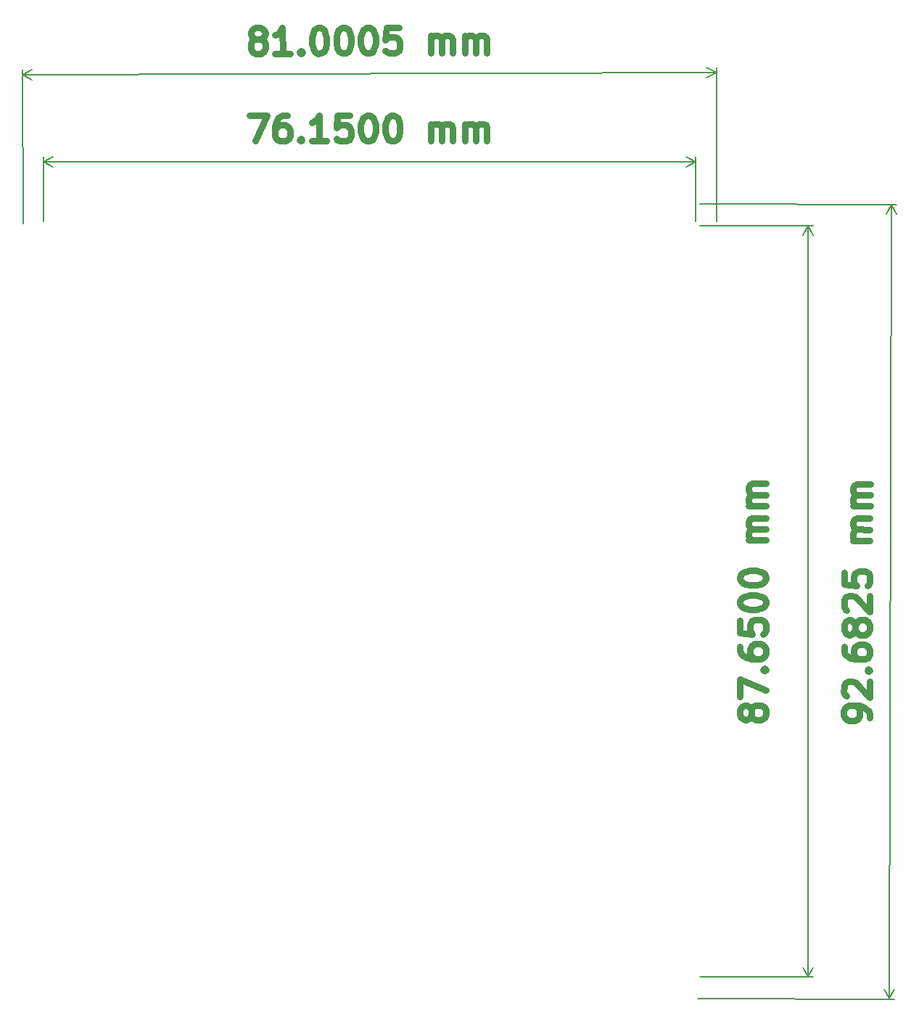
<source format=gbr>
%TF.GenerationSoftware,KiCad,Pcbnew,7.0.5*%
%TF.CreationDate,2024-05-04T18:26:22+05:30*%
%TF.ProjectId,sra_dev_board_2023,7372615f-6465-4765-9f62-6f6172645f32,rev?*%
%TF.SameCoordinates,Original*%
%TF.FileFunction,OtherDrawing,Comment*%
%FSLAX46Y46*%
G04 Gerber Fmt 4.6, Leading zero omitted, Abs format (unit mm)*
G04 Created by KiCad (PCBNEW 7.0.5) date 2024-05-04 18:26:22*
%MOMM*%
%LPD*%
G01*
G04 APERTURE LIST*
%ADD10C,0.750000*%
%ADD11C,0.150000*%
G04 APERTURE END LIST*
D10*
X168808989Y-89412097D02*
X168810375Y-88840670D01*
X168810375Y-88840670D02*
X168668211Y-88554610D01*
X168668211Y-88554610D02*
X168525701Y-88411407D01*
X168525701Y-88411407D02*
X168097824Y-88124653D01*
X168097824Y-88124653D02*
X167526744Y-87980411D01*
X167526744Y-87980411D02*
X166383890Y-87977638D01*
X166383890Y-87977638D02*
X166097830Y-88119802D01*
X166097830Y-88119802D02*
X165954627Y-88262312D01*
X165954627Y-88262312D02*
X165811077Y-88547679D01*
X165811077Y-88547679D02*
X165809691Y-89119106D01*
X165809691Y-89119106D02*
X165951854Y-89405166D01*
X165951854Y-89405166D02*
X166094364Y-89548369D01*
X166094364Y-89548369D02*
X166379731Y-89691919D01*
X166379731Y-89691919D02*
X167094015Y-89693652D01*
X167094015Y-89693652D02*
X167380075Y-89551488D01*
X167380075Y-89551488D02*
X167523278Y-89408978D01*
X167523278Y-89408978D02*
X167666828Y-89123611D01*
X167666828Y-89123611D02*
X167668214Y-88552184D01*
X167668214Y-88552184D02*
X167526050Y-88266124D01*
X167526050Y-88266124D02*
X167383540Y-88122921D01*
X167383540Y-88122921D02*
X167098173Y-87979371D01*
X166100948Y-86834091D02*
X165958438Y-86690888D01*
X165958438Y-86690888D02*
X165816275Y-86404828D01*
X165816275Y-86404828D02*
X165818007Y-85690545D01*
X165818007Y-85690545D02*
X165961557Y-85405178D01*
X165961557Y-85405178D02*
X166104760Y-85262668D01*
X166104760Y-85262668D02*
X166390820Y-85120504D01*
X166390820Y-85120504D02*
X166676534Y-85121197D01*
X166676534Y-85121197D02*
X167104757Y-85265093D01*
X167104757Y-85265093D02*
X168814880Y-86983532D01*
X168814880Y-86983532D02*
X168819385Y-85126395D01*
X168536790Y-83839991D02*
X168679993Y-83697481D01*
X168679993Y-83697481D02*
X168822503Y-83840684D01*
X168822503Y-83840684D02*
X168679300Y-83983194D01*
X168679300Y-83983194D02*
X168536790Y-83839991D01*
X168536790Y-83839991D02*
X168822503Y-83840684D01*
X165829096Y-81119130D02*
X165827710Y-81690557D01*
X165827710Y-81690557D02*
X165969874Y-81976617D01*
X165969874Y-81976617D02*
X166112384Y-82119820D01*
X166112384Y-82119820D02*
X166540261Y-82406573D01*
X166540261Y-82406573D02*
X167111341Y-82550816D01*
X167111341Y-82550816D02*
X168254195Y-82553588D01*
X168254195Y-82553588D02*
X168540255Y-82411424D01*
X168540255Y-82411424D02*
X168683458Y-82268914D01*
X168683458Y-82268914D02*
X168827008Y-81983547D01*
X168827008Y-81983547D02*
X168828394Y-81412120D01*
X168828394Y-81412120D02*
X168686231Y-81126060D01*
X168686231Y-81126060D02*
X168543720Y-80982857D01*
X168543720Y-80982857D02*
X168258353Y-80839307D01*
X168258353Y-80839307D02*
X167544070Y-80837575D01*
X167544070Y-80837575D02*
X167258010Y-80979738D01*
X167258010Y-80979738D02*
X167114807Y-81122249D01*
X167114807Y-81122249D02*
X166971257Y-81407615D01*
X166971257Y-81407615D02*
X166969871Y-81979042D01*
X166969871Y-81979042D02*
X167112034Y-82265102D01*
X167112034Y-82265102D02*
X167254545Y-82408306D01*
X167254545Y-82408306D02*
X167539911Y-82551855D01*
X167119658Y-79122254D02*
X166976108Y-79407621D01*
X166976108Y-79407621D02*
X166832905Y-79550131D01*
X166832905Y-79550131D02*
X166546845Y-79692295D01*
X166546845Y-79692295D02*
X166403988Y-79691949D01*
X166403988Y-79691949D02*
X166118621Y-79548399D01*
X166118621Y-79548399D02*
X165976111Y-79405196D01*
X165976111Y-79405196D02*
X165833947Y-79119136D01*
X165833947Y-79119136D02*
X165835334Y-78547709D01*
X165835334Y-78547709D02*
X165978883Y-78262342D01*
X165978883Y-78262342D02*
X166122087Y-78119832D01*
X166122087Y-78119832D02*
X166408147Y-77977668D01*
X166408147Y-77977668D02*
X166551003Y-77978014D01*
X166551003Y-77978014D02*
X166836370Y-78121564D01*
X166836370Y-78121564D02*
X166978880Y-78264767D01*
X166978880Y-78264767D02*
X167121044Y-78550827D01*
X167121044Y-78550827D02*
X167119658Y-79122254D01*
X167119658Y-79122254D02*
X167261822Y-79408314D01*
X167261822Y-79408314D02*
X167404332Y-79551517D01*
X167404332Y-79551517D02*
X167689699Y-79695067D01*
X167689699Y-79695067D02*
X168261126Y-79696453D01*
X168261126Y-79696453D02*
X168547186Y-79554290D01*
X168547186Y-79554290D02*
X168690389Y-79411780D01*
X168690389Y-79411780D02*
X168833939Y-79126413D01*
X168833939Y-79126413D02*
X168835325Y-78554986D01*
X168835325Y-78554986D02*
X168693161Y-78268926D01*
X168693161Y-78268926D02*
X168550651Y-78125722D01*
X168550651Y-78125722D02*
X168265284Y-77982173D01*
X168265284Y-77982173D02*
X167693857Y-77980787D01*
X167693857Y-77980787D02*
X167407797Y-78122950D01*
X167407797Y-78122950D02*
X167264594Y-78265460D01*
X167264594Y-78265460D02*
X167121044Y-78550827D01*
X166125205Y-76834121D02*
X165982695Y-76690918D01*
X165982695Y-76690918D02*
X165840531Y-76404858D01*
X165840531Y-76404858D02*
X165842264Y-75690574D01*
X165842264Y-75690574D02*
X165985814Y-75405207D01*
X165985814Y-75405207D02*
X166129017Y-75262697D01*
X166129017Y-75262697D02*
X166415077Y-75120533D01*
X166415077Y-75120533D02*
X166700790Y-75121226D01*
X166700790Y-75121226D02*
X167129014Y-75265123D01*
X167129014Y-75265123D02*
X168839136Y-76983562D01*
X168839136Y-76983562D02*
X168843641Y-75126424D01*
X165850234Y-72404869D02*
X165846769Y-73833437D01*
X165846769Y-73833437D02*
X167274990Y-73979759D01*
X167274990Y-73979759D02*
X167132479Y-73836555D01*
X167132479Y-73836555D02*
X166990316Y-73550495D01*
X166990316Y-73550495D02*
X166992048Y-72836212D01*
X166992048Y-72836212D02*
X167135598Y-72550845D01*
X167135598Y-72550845D02*
X167278801Y-72408335D01*
X167278801Y-72408335D02*
X167564861Y-72266171D01*
X167564861Y-72266171D02*
X168279145Y-72267904D01*
X168279145Y-72267904D02*
X168564512Y-72411453D01*
X168564512Y-72411453D02*
X168707022Y-72554657D01*
X168707022Y-72554657D02*
X168849186Y-72840717D01*
X168849186Y-72840717D02*
X168847453Y-73555000D01*
X168847453Y-73555000D02*
X168703903Y-73840367D01*
X168703903Y-73840367D02*
X168560700Y-73982877D01*
X168859235Y-68697872D02*
X166859241Y-68693020D01*
X167144954Y-68693713D02*
X167002444Y-68550510D01*
X167002444Y-68550510D02*
X166860280Y-68264450D01*
X166860280Y-68264450D02*
X166861320Y-67835880D01*
X166861320Y-67835880D02*
X167004870Y-67550513D01*
X167004870Y-67550513D02*
X167290930Y-67408349D01*
X167290930Y-67408349D02*
X168862354Y-67412161D01*
X167290930Y-67408349D02*
X167005563Y-67264800D01*
X167005563Y-67264800D02*
X166863399Y-66978740D01*
X166863399Y-66978740D02*
X166864439Y-66550169D01*
X166864439Y-66550169D02*
X167007988Y-66264803D01*
X167007988Y-66264803D02*
X167294048Y-66122639D01*
X167294048Y-66122639D02*
X168865472Y-66126451D01*
X168868938Y-64697883D02*
X166868944Y-64693032D01*
X167154657Y-64693725D02*
X167012147Y-64550522D01*
X167012147Y-64550522D02*
X166869983Y-64264462D01*
X166869983Y-64264462D02*
X166871023Y-63835892D01*
X166871023Y-63835892D02*
X167014572Y-63550525D01*
X167014572Y-63550525D02*
X167300632Y-63408361D01*
X167300632Y-63408361D02*
X168872056Y-63412173D01*
X167300632Y-63408361D02*
X167015266Y-63264811D01*
X167015266Y-63264811D02*
X166873102Y-62978751D01*
X166873102Y-62978751D02*
X166874141Y-62550181D01*
X166874141Y-62550181D02*
X167017691Y-62264814D01*
X167017691Y-62264814D02*
X167303751Y-62122651D01*
X167303751Y-62122651D02*
X168875175Y-62126462D01*
D11*
X149009999Y-29451213D02*
X171941873Y-29506839D01*
X148785181Y-122133446D02*
X171717055Y-122189072D01*
X171355454Y-29505416D02*
X171130636Y-122187649D01*
X171355454Y-29505416D02*
X171130636Y-122187649D01*
X171355454Y-29505416D02*
X171939140Y-30633339D01*
X171355454Y-29505416D02*
X170766302Y-30630494D01*
X171130636Y-122187649D02*
X170546950Y-121059726D01*
X171130636Y-122187649D02*
X171719788Y-121062571D01*
D10*
X97139830Y-10179173D02*
X96853632Y-10037286D01*
X96853632Y-10037286D02*
X96710291Y-9894915D01*
X96710291Y-9894915D02*
X96566464Y-9609687D01*
X96566464Y-9609687D02*
X96565979Y-9466831D01*
X96565979Y-9466831D02*
X96707866Y-9180633D01*
X96707866Y-9180633D02*
X96850237Y-9037292D01*
X96850237Y-9037292D02*
X97135465Y-8893466D01*
X97135465Y-8893466D02*
X97706890Y-8891526D01*
X97706890Y-8891526D02*
X97993087Y-9033412D01*
X97993087Y-9033412D02*
X98136429Y-9175783D01*
X98136429Y-9175783D02*
X98280255Y-9461011D01*
X98280255Y-9461011D02*
X98280740Y-9603867D01*
X98280740Y-9603867D02*
X98138854Y-9890065D01*
X98138854Y-9890065D02*
X97996482Y-10033406D01*
X97996482Y-10033406D02*
X97711255Y-10177233D01*
X97711255Y-10177233D02*
X97139830Y-10179173D01*
X97139830Y-10179173D02*
X96854602Y-10322999D01*
X96854602Y-10322999D02*
X96712231Y-10466340D01*
X96712231Y-10466340D02*
X96570344Y-10752538D01*
X96570344Y-10752538D02*
X96572284Y-11323963D01*
X96572284Y-11323963D02*
X96716111Y-11609191D01*
X96716111Y-11609191D02*
X96859452Y-11751562D01*
X96859452Y-11751562D02*
X97145650Y-11893448D01*
X97145650Y-11893448D02*
X97717075Y-11891508D01*
X97717075Y-11891508D02*
X98002303Y-11747682D01*
X98002303Y-11747682D02*
X98144674Y-11604341D01*
X98144674Y-11604341D02*
X98286560Y-11318143D01*
X98286560Y-11318143D02*
X98284620Y-10746718D01*
X98284620Y-10746718D02*
X98140794Y-10461490D01*
X98140794Y-10461490D02*
X97997452Y-10319119D01*
X97997452Y-10319119D02*
X97711255Y-10177233D01*
X101145627Y-11879868D02*
X99431351Y-11885688D01*
X100288489Y-11882778D02*
X100278304Y-8882796D01*
X100278304Y-8882796D02*
X99994046Y-9312335D01*
X99994046Y-9312335D02*
X99709303Y-9599017D01*
X99709303Y-9599017D02*
X99424076Y-9742844D01*
X102430364Y-11589791D02*
X102573705Y-11732162D01*
X102573705Y-11732162D02*
X102431334Y-11875503D01*
X102431334Y-11875503D02*
X102287992Y-11733132D01*
X102287992Y-11733132D02*
X102430364Y-11589791D01*
X102430364Y-11589791D02*
X102431334Y-11875503D01*
X104421137Y-8868730D02*
X104706849Y-8867760D01*
X104706849Y-8867760D02*
X104993047Y-9009647D01*
X104993047Y-9009647D02*
X105136388Y-9152018D01*
X105136388Y-9152018D02*
X105280215Y-9437246D01*
X105280215Y-9437246D02*
X105425011Y-10008186D01*
X105425011Y-10008186D02*
X105427436Y-10722468D01*
X105427436Y-10722468D02*
X105286520Y-11294378D01*
X105286520Y-11294378D02*
X105144633Y-11580575D01*
X105144633Y-11580575D02*
X105002262Y-11723917D01*
X105002262Y-11723917D02*
X104717034Y-11867743D01*
X104717034Y-11867743D02*
X104431322Y-11868713D01*
X104431322Y-11868713D02*
X104145124Y-11726827D01*
X104145124Y-11726827D02*
X104001783Y-11584456D01*
X104001783Y-11584456D02*
X103857956Y-11299228D01*
X103857956Y-11299228D02*
X103713160Y-10728288D01*
X103713160Y-10728288D02*
X103710735Y-10014006D01*
X103710735Y-10014006D02*
X103851651Y-9442096D01*
X103851651Y-9442096D02*
X103993538Y-9155898D01*
X103993538Y-9155898D02*
X104135909Y-9012557D01*
X104135909Y-9012557D02*
X104421137Y-8868730D01*
X107278263Y-8859030D02*
X107563976Y-8858060D01*
X107563976Y-8858060D02*
X107850173Y-8999947D01*
X107850173Y-8999947D02*
X107993515Y-9142318D01*
X107993515Y-9142318D02*
X108137341Y-9427546D01*
X108137341Y-9427546D02*
X108282137Y-9998486D01*
X108282137Y-9998486D02*
X108284563Y-10712767D01*
X108284563Y-10712767D02*
X108143646Y-11284678D01*
X108143646Y-11284678D02*
X108001760Y-11570875D01*
X108001760Y-11570875D02*
X107859389Y-11714217D01*
X107859389Y-11714217D02*
X107574161Y-11858043D01*
X107574161Y-11858043D02*
X107288448Y-11859013D01*
X107288448Y-11859013D02*
X107002251Y-11717127D01*
X107002251Y-11717127D02*
X106858909Y-11574755D01*
X106858909Y-11574755D02*
X106715083Y-11289528D01*
X106715083Y-11289528D02*
X106570287Y-10718587D01*
X106570287Y-10718587D02*
X106567862Y-10004306D01*
X106567862Y-10004306D02*
X106708778Y-9432396D01*
X106708778Y-9432396D02*
X106850664Y-9146198D01*
X106850664Y-9146198D02*
X106993036Y-9002857D01*
X106993036Y-9002857D02*
X107278263Y-8859030D01*
X110135390Y-8849330D02*
X110421102Y-8848360D01*
X110421102Y-8848360D02*
X110707300Y-8990246D01*
X110707300Y-8990246D02*
X110850641Y-9132618D01*
X110850641Y-9132618D02*
X110994468Y-9417845D01*
X110994468Y-9417845D02*
X111139264Y-9988786D01*
X111139264Y-9988786D02*
X111141689Y-10703067D01*
X111141689Y-10703067D02*
X111000773Y-11274978D01*
X111000773Y-11274978D02*
X110858886Y-11561175D01*
X110858886Y-11561175D02*
X110716515Y-11704517D01*
X110716515Y-11704517D02*
X110431287Y-11848343D01*
X110431287Y-11848343D02*
X110145575Y-11849313D01*
X110145575Y-11849313D02*
X109859377Y-11707427D01*
X109859377Y-11707427D02*
X109716036Y-11565055D01*
X109716036Y-11565055D02*
X109572210Y-11279828D01*
X109572210Y-11279828D02*
X109427413Y-10708887D01*
X109427413Y-10708887D02*
X109424988Y-9994606D01*
X109424988Y-9994606D02*
X109565904Y-9422695D01*
X109565904Y-9422695D02*
X109707791Y-9136498D01*
X109707791Y-9136498D02*
X109850162Y-8993157D01*
X109850162Y-8993157D02*
X110135390Y-8849330D01*
X113849654Y-8836720D02*
X112421091Y-8841570D01*
X112421091Y-8841570D02*
X112283085Y-10270618D01*
X112283085Y-10270618D02*
X112425456Y-10127277D01*
X112425456Y-10127277D02*
X112710684Y-9983451D01*
X112710684Y-9983451D02*
X113424965Y-9981026D01*
X113424965Y-9981026D02*
X113711163Y-10122912D01*
X113711163Y-10122912D02*
X113854504Y-10265283D01*
X113854504Y-10265283D02*
X113998331Y-10550511D01*
X113998331Y-10550511D02*
X114000756Y-11264792D01*
X114000756Y-11264792D02*
X113858869Y-11550990D01*
X113858869Y-11550990D02*
X113716498Y-11694331D01*
X113716498Y-11694331D02*
X113431270Y-11838158D01*
X113431270Y-11838158D02*
X112716989Y-11840583D01*
X112716989Y-11840583D02*
X112430791Y-11698696D01*
X112430791Y-11698696D02*
X112287450Y-11556325D01*
X117574103Y-11824093D02*
X117567313Y-9824104D01*
X117568283Y-10109817D02*
X117710655Y-9966475D01*
X117710655Y-9966475D02*
X117995882Y-9822649D01*
X117995882Y-9822649D02*
X118424451Y-9821194D01*
X118424451Y-9821194D02*
X118710649Y-9963080D01*
X118710649Y-9963080D02*
X118854475Y-10248308D01*
X118854475Y-10248308D02*
X118859810Y-11819728D01*
X118854475Y-10248308D02*
X118996362Y-9962110D01*
X118996362Y-9962110D02*
X119281589Y-9818284D01*
X119281589Y-9818284D02*
X119710158Y-9816829D01*
X119710158Y-9816829D02*
X119996356Y-9958715D01*
X119996356Y-9958715D02*
X120140182Y-10243943D01*
X120140182Y-10243943D02*
X120145517Y-11815362D01*
X121574080Y-11810512D02*
X121567290Y-9810524D01*
X121568260Y-10096237D02*
X121710632Y-9952895D01*
X121710632Y-9952895D02*
X121995859Y-9809069D01*
X121995859Y-9809069D02*
X122424428Y-9807614D01*
X122424428Y-9807614D02*
X122710626Y-9949500D01*
X122710626Y-9949500D02*
X122854452Y-10234728D01*
X122854452Y-10234728D02*
X122859787Y-11806147D01*
X122854452Y-10234728D02*
X122996339Y-9948530D01*
X122996339Y-9948530D02*
X123281566Y-9804704D01*
X123281566Y-9804704D02*
X123710135Y-9803249D01*
X123710135Y-9803249D02*
X123996333Y-9945135D01*
X123996333Y-9945135D02*
X124140159Y-10230363D01*
X124140159Y-10230363D02*
X124145494Y-11801782D01*
D11*
X69998302Y-31725003D02*
X69937447Y-13800555D01*
X150998302Y-31450003D02*
X150937447Y-13525555D01*
X69939439Y-14386972D02*
X150939439Y-14111972D01*
X69939439Y-14386972D02*
X150939439Y-14111972D01*
X69939439Y-14386972D02*
X71063945Y-13796730D01*
X69939439Y-14386972D02*
X71067927Y-14969565D01*
X150939439Y-14111972D02*
X149814933Y-14702214D01*
X150939439Y-14111972D02*
X149810951Y-13529379D01*
D10*
X154984571Y-89060713D02*
X154841714Y-89346428D01*
X154841714Y-89346428D02*
X154698857Y-89489285D01*
X154698857Y-89489285D02*
X154413142Y-89632142D01*
X154413142Y-89632142D02*
X154270285Y-89632142D01*
X154270285Y-89632142D02*
X153984571Y-89489285D01*
X153984571Y-89489285D02*
X153841714Y-89346428D01*
X153841714Y-89346428D02*
X153698857Y-89060713D01*
X153698857Y-89060713D02*
X153698857Y-88489285D01*
X153698857Y-88489285D02*
X153841714Y-88203571D01*
X153841714Y-88203571D02*
X153984571Y-88060713D01*
X153984571Y-88060713D02*
X154270285Y-87917856D01*
X154270285Y-87917856D02*
X154413142Y-87917856D01*
X154413142Y-87917856D02*
X154698857Y-88060713D01*
X154698857Y-88060713D02*
X154841714Y-88203571D01*
X154841714Y-88203571D02*
X154984571Y-88489285D01*
X154984571Y-88489285D02*
X154984571Y-89060713D01*
X154984571Y-89060713D02*
X155127428Y-89346428D01*
X155127428Y-89346428D02*
X155270285Y-89489285D01*
X155270285Y-89489285D02*
X155556000Y-89632142D01*
X155556000Y-89632142D02*
X156127428Y-89632142D01*
X156127428Y-89632142D02*
X156413142Y-89489285D01*
X156413142Y-89489285D02*
X156556000Y-89346428D01*
X156556000Y-89346428D02*
X156698857Y-89060713D01*
X156698857Y-89060713D02*
X156698857Y-88489285D01*
X156698857Y-88489285D02*
X156556000Y-88203571D01*
X156556000Y-88203571D02*
X156413142Y-88060713D01*
X156413142Y-88060713D02*
X156127428Y-87917856D01*
X156127428Y-87917856D02*
X155556000Y-87917856D01*
X155556000Y-87917856D02*
X155270285Y-88060713D01*
X155270285Y-88060713D02*
X155127428Y-88203571D01*
X155127428Y-88203571D02*
X154984571Y-88489285D01*
X153698857Y-86917856D02*
X153698857Y-84917856D01*
X153698857Y-84917856D02*
X156698857Y-86203570D01*
X156413142Y-83774999D02*
X156556000Y-83632142D01*
X156556000Y-83632142D02*
X156698857Y-83774999D01*
X156698857Y-83774999D02*
X156556000Y-83917856D01*
X156556000Y-83917856D02*
X156413142Y-83774999D01*
X156413142Y-83774999D02*
X156698857Y-83774999D01*
X153698857Y-81060714D02*
X153698857Y-81632142D01*
X153698857Y-81632142D02*
X153841714Y-81917856D01*
X153841714Y-81917856D02*
X153984571Y-82060714D01*
X153984571Y-82060714D02*
X154413142Y-82346428D01*
X154413142Y-82346428D02*
X154984571Y-82489285D01*
X154984571Y-82489285D02*
X156127428Y-82489285D01*
X156127428Y-82489285D02*
X156413142Y-82346428D01*
X156413142Y-82346428D02*
X156556000Y-82203571D01*
X156556000Y-82203571D02*
X156698857Y-81917856D01*
X156698857Y-81917856D02*
X156698857Y-81346428D01*
X156698857Y-81346428D02*
X156556000Y-81060714D01*
X156556000Y-81060714D02*
X156413142Y-80917856D01*
X156413142Y-80917856D02*
X156127428Y-80774999D01*
X156127428Y-80774999D02*
X155413142Y-80774999D01*
X155413142Y-80774999D02*
X155127428Y-80917856D01*
X155127428Y-80917856D02*
X154984571Y-81060714D01*
X154984571Y-81060714D02*
X154841714Y-81346428D01*
X154841714Y-81346428D02*
X154841714Y-81917856D01*
X154841714Y-81917856D02*
X154984571Y-82203571D01*
X154984571Y-82203571D02*
X155127428Y-82346428D01*
X155127428Y-82346428D02*
X155413142Y-82489285D01*
X153698857Y-78060713D02*
X153698857Y-79489285D01*
X153698857Y-79489285D02*
X155127428Y-79632142D01*
X155127428Y-79632142D02*
X154984571Y-79489285D01*
X154984571Y-79489285D02*
X154841714Y-79203571D01*
X154841714Y-79203571D02*
X154841714Y-78489285D01*
X154841714Y-78489285D02*
X154984571Y-78203571D01*
X154984571Y-78203571D02*
X155127428Y-78060713D01*
X155127428Y-78060713D02*
X155413142Y-77917856D01*
X155413142Y-77917856D02*
X156127428Y-77917856D01*
X156127428Y-77917856D02*
X156413142Y-78060713D01*
X156413142Y-78060713D02*
X156556000Y-78203571D01*
X156556000Y-78203571D02*
X156698857Y-78489285D01*
X156698857Y-78489285D02*
X156698857Y-79203571D01*
X156698857Y-79203571D02*
X156556000Y-79489285D01*
X156556000Y-79489285D02*
X156413142Y-79632142D01*
X153698857Y-76060713D02*
X153698857Y-75774999D01*
X153698857Y-75774999D02*
X153841714Y-75489285D01*
X153841714Y-75489285D02*
X153984571Y-75346428D01*
X153984571Y-75346428D02*
X154270285Y-75203570D01*
X154270285Y-75203570D02*
X154841714Y-75060713D01*
X154841714Y-75060713D02*
X155556000Y-75060713D01*
X155556000Y-75060713D02*
X156127428Y-75203570D01*
X156127428Y-75203570D02*
X156413142Y-75346428D01*
X156413142Y-75346428D02*
X156556000Y-75489285D01*
X156556000Y-75489285D02*
X156698857Y-75774999D01*
X156698857Y-75774999D02*
X156698857Y-76060713D01*
X156698857Y-76060713D02*
X156556000Y-76346428D01*
X156556000Y-76346428D02*
X156413142Y-76489285D01*
X156413142Y-76489285D02*
X156127428Y-76632142D01*
X156127428Y-76632142D02*
X155556000Y-76774999D01*
X155556000Y-76774999D02*
X154841714Y-76774999D01*
X154841714Y-76774999D02*
X154270285Y-76632142D01*
X154270285Y-76632142D02*
X153984571Y-76489285D01*
X153984571Y-76489285D02*
X153841714Y-76346428D01*
X153841714Y-76346428D02*
X153698857Y-76060713D01*
X153698857Y-73203570D02*
X153698857Y-72917856D01*
X153698857Y-72917856D02*
X153841714Y-72632142D01*
X153841714Y-72632142D02*
X153984571Y-72489285D01*
X153984571Y-72489285D02*
X154270285Y-72346427D01*
X154270285Y-72346427D02*
X154841714Y-72203570D01*
X154841714Y-72203570D02*
X155556000Y-72203570D01*
X155556000Y-72203570D02*
X156127428Y-72346427D01*
X156127428Y-72346427D02*
X156413142Y-72489285D01*
X156413142Y-72489285D02*
X156556000Y-72632142D01*
X156556000Y-72632142D02*
X156698857Y-72917856D01*
X156698857Y-72917856D02*
X156698857Y-73203570D01*
X156698857Y-73203570D02*
X156556000Y-73489285D01*
X156556000Y-73489285D02*
X156413142Y-73632142D01*
X156413142Y-73632142D02*
X156127428Y-73774999D01*
X156127428Y-73774999D02*
X155556000Y-73917856D01*
X155556000Y-73917856D02*
X154841714Y-73917856D01*
X154841714Y-73917856D02*
X154270285Y-73774999D01*
X154270285Y-73774999D02*
X153984571Y-73632142D01*
X153984571Y-73632142D02*
X153841714Y-73489285D01*
X153841714Y-73489285D02*
X153698857Y-73203570D01*
X156698857Y-68632142D02*
X154698857Y-68632142D01*
X154984571Y-68632142D02*
X154841714Y-68489285D01*
X154841714Y-68489285D02*
X154698857Y-68203570D01*
X154698857Y-68203570D02*
X154698857Y-67774999D01*
X154698857Y-67774999D02*
X154841714Y-67489285D01*
X154841714Y-67489285D02*
X155127428Y-67346428D01*
X155127428Y-67346428D02*
X156698857Y-67346428D01*
X155127428Y-67346428D02*
X154841714Y-67203570D01*
X154841714Y-67203570D02*
X154698857Y-66917856D01*
X154698857Y-66917856D02*
X154698857Y-66489285D01*
X154698857Y-66489285D02*
X154841714Y-66203570D01*
X154841714Y-66203570D02*
X155127428Y-66060713D01*
X155127428Y-66060713D02*
X156698857Y-66060713D01*
X156698857Y-64632142D02*
X154698857Y-64632142D01*
X154984571Y-64632142D02*
X154841714Y-64489285D01*
X154841714Y-64489285D02*
X154698857Y-64203570D01*
X154698857Y-64203570D02*
X154698857Y-63774999D01*
X154698857Y-63774999D02*
X154841714Y-63489285D01*
X154841714Y-63489285D02*
X155127428Y-63346428D01*
X155127428Y-63346428D02*
X156698857Y-63346428D01*
X155127428Y-63346428D02*
X154841714Y-63203570D01*
X154841714Y-63203570D02*
X154698857Y-62917856D01*
X154698857Y-62917856D02*
X154698857Y-62489285D01*
X154698857Y-62489285D02*
X154841714Y-62203570D01*
X154841714Y-62203570D02*
X155127428Y-62060713D01*
X155127428Y-62060713D02*
X156698857Y-62060713D01*
D11*
X149000000Y-31950000D02*
X162186420Y-31950000D01*
X149000000Y-119600000D02*
X162186420Y-119600000D01*
X161600000Y-31950000D02*
X161600000Y-119600000D01*
X161600000Y-31950000D02*
X161600000Y-119600000D01*
X161600000Y-31950000D02*
X162186421Y-33076504D01*
X161600000Y-31950000D02*
X161013579Y-33076504D01*
X161600000Y-119600000D02*
X161013579Y-118473496D01*
X161600000Y-119600000D02*
X162186421Y-118473496D01*
D10*
X96425000Y-19098857D02*
X98425000Y-19098857D01*
X98425000Y-19098857D02*
X97139286Y-22098857D01*
X100853572Y-19098857D02*
X100282143Y-19098857D01*
X100282143Y-19098857D02*
X99996429Y-19241714D01*
X99996429Y-19241714D02*
X99853572Y-19384571D01*
X99853572Y-19384571D02*
X99567857Y-19813142D01*
X99567857Y-19813142D02*
X99425000Y-20384571D01*
X99425000Y-20384571D02*
X99425000Y-21527428D01*
X99425000Y-21527428D02*
X99567857Y-21813142D01*
X99567857Y-21813142D02*
X99710714Y-21956000D01*
X99710714Y-21956000D02*
X99996429Y-22098857D01*
X99996429Y-22098857D02*
X100567857Y-22098857D01*
X100567857Y-22098857D02*
X100853572Y-21956000D01*
X100853572Y-21956000D02*
X100996429Y-21813142D01*
X100996429Y-21813142D02*
X101139286Y-21527428D01*
X101139286Y-21527428D02*
X101139286Y-20813142D01*
X101139286Y-20813142D02*
X100996429Y-20527428D01*
X100996429Y-20527428D02*
X100853572Y-20384571D01*
X100853572Y-20384571D02*
X100567857Y-20241714D01*
X100567857Y-20241714D02*
X99996429Y-20241714D01*
X99996429Y-20241714D02*
X99710714Y-20384571D01*
X99710714Y-20384571D02*
X99567857Y-20527428D01*
X99567857Y-20527428D02*
X99425000Y-20813142D01*
X102425000Y-21813142D02*
X102567857Y-21956000D01*
X102567857Y-21956000D02*
X102425000Y-22098857D01*
X102425000Y-22098857D02*
X102282143Y-21956000D01*
X102282143Y-21956000D02*
X102425000Y-21813142D01*
X102425000Y-21813142D02*
X102425000Y-22098857D01*
X105425000Y-22098857D02*
X103710714Y-22098857D01*
X104567857Y-22098857D02*
X104567857Y-19098857D01*
X104567857Y-19098857D02*
X104282143Y-19527428D01*
X104282143Y-19527428D02*
X103996428Y-19813142D01*
X103996428Y-19813142D02*
X103710714Y-19956000D01*
X108139286Y-19098857D02*
X106710714Y-19098857D01*
X106710714Y-19098857D02*
X106567857Y-20527428D01*
X106567857Y-20527428D02*
X106710714Y-20384571D01*
X106710714Y-20384571D02*
X106996429Y-20241714D01*
X106996429Y-20241714D02*
X107710714Y-20241714D01*
X107710714Y-20241714D02*
X107996429Y-20384571D01*
X107996429Y-20384571D02*
X108139286Y-20527428D01*
X108139286Y-20527428D02*
X108282143Y-20813142D01*
X108282143Y-20813142D02*
X108282143Y-21527428D01*
X108282143Y-21527428D02*
X108139286Y-21813142D01*
X108139286Y-21813142D02*
X107996429Y-21956000D01*
X107996429Y-21956000D02*
X107710714Y-22098857D01*
X107710714Y-22098857D02*
X106996429Y-22098857D01*
X106996429Y-22098857D02*
X106710714Y-21956000D01*
X106710714Y-21956000D02*
X106567857Y-21813142D01*
X110139286Y-19098857D02*
X110425000Y-19098857D01*
X110425000Y-19098857D02*
X110710714Y-19241714D01*
X110710714Y-19241714D02*
X110853572Y-19384571D01*
X110853572Y-19384571D02*
X110996429Y-19670285D01*
X110996429Y-19670285D02*
X111139286Y-20241714D01*
X111139286Y-20241714D02*
X111139286Y-20956000D01*
X111139286Y-20956000D02*
X110996429Y-21527428D01*
X110996429Y-21527428D02*
X110853572Y-21813142D01*
X110853572Y-21813142D02*
X110710714Y-21956000D01*
X110710714Y-21956000D02*
X110425000Y-22098857D01*
X110425000Y-22098857D02*
X110139286Y-22098857D01*
X110139286Y-22098857D02*
X109853572Y-21956000D01*
X109853572Y-21956000D02*
X109710714Y-21813142D01*
X109710714Y-21813142D02*
X109567857Y-21527428D01*
X109567857Y-21527428D02*
X109425000Y-20956000D01*
X109425000Y-20956000D02*
X109425000Y-20241714D01*
X109425000Y-20241714D02*
X109567857Y-19670285D01*
X109567857Y-19670285D02*
X109710714Y-19384571D01*
X109710714Y-19384571D02*
X109853572Y-19241714D01*
X109853572Y-19241714D02*
X110139286Y-19098857D01*
X112996429Y-19098857D02*
X113282143Y-19098857D01*
X113282143Y-19098857D02*
X113567857Y-19241714D01*
X113567857Y-19241714D02*
X113710715Y-19384571D01*
X113710715Y-19384571D02*
X113853572Y-19670285D01*
X113853572Y-19670285D02*
X113996429Y-20241714D01*
X113996429Y-20241714D02*
X113996429Y-20956000D01*
X113996429Y-20956000D02*
X113853572Y-21527428D01*
X113853572Y-21527428D02*
X113710715Y-21813142D01*
X113710715Y-21813142D02*
X113567857Y-21956000D01*
X113567857Y-21956000D02*
X113282143Y-22098857D01*
X113282143Y-22098857D02*
X112996429Y-22098857D01*
X112996429Y-22098857D02*
X112710715Y-21956000D01*
X112710715Y-21956000D02*
X112567857Y-21813142D01*
X112567857Y-21813142D02*
X112425000Y-21527428D01*
X112425000Y-21527428D02*
X112282143Y-20956000D01*
X112282143Y-20956000D02*
X112282143Y-20241714D01*
X112282143Y-20241714D02*
X112425000Y-19670285D01*
X112425000Y-19670285D02*
X112567857Y-19384571D01*
X112567857Y-19384571D02*
X112710715Y-19241714D01*
X112710715Y-19241714D02*
X112996429Y-19098857D01*
X117567857Y-22098857D02*
X117567857Y-20098857D01*
X117567857Y-20384571D02*
X117710714Y-20241714D01*
X117710714Y-20241714D02*
X117996429Y-20098857D01*
X117996429Y-20098857D02*
X118425000Y-20098857D01*
X118425000Y-20098857D02*
X118710714Y-20241714D01*
X118710714Y-20241714D02*
X118853572Y-20527428D01*
X118853572Y-20527428D02*
X118853572Y-22098857D01*
X118853572Y-20527428D02*
X118996429Y-20241714D01*
X118996429Y-20241714D02*
X119282143Y-20098857D01*
X119282143Y-20098857D02*
X119710714Y-20098857D01*
X119710714Y-20098857D02*
X119996429Y-20241714D01*
X119996429Y-20241714D02*
X120139286Y-20527428D01*
X120139286Y-20527428D02*
X120139286Y-22098857D01*
X121567857Y-22098857D02*
X121567857Y-20098857D01*
X121567857Y-20384571D02*
X121710714Y-20241714D01*
X121710714Y-20241714D02*
X121996429Y-20098857D01*
X121996429Y-20098857D02*
X122425000Y-20098857D01*
X122425000Y-20098857D02*
X122710714Y-20241714D01*
X122710714Y-20241714D02*
X122853572Y-20527428D01*
X122853572Y-20527428D02*
X122853572Y-22098857D01*
X122853572Y-20527428D02*
X122996429Y-20241714D01*
X122996429Y-20241714D02*
X123282143Y-20098857D01*
X123282143Y-20098857D02*
X123710714Y-20098857D01*
X123710714Y-20098857D02*
X123996429Y-20241714D01*
X123996429Y-20241714D02*
X124139286Y-20527428D01*
X124139286Y-20527428D02*
X124139286Y-22098857D01*
D11*
X72350000Y-31450000D02*
X72350000Y-23913580D01*
X148500000Y-31450000D02*
X148500000Y-23913580D01*
X72350000Y-24500000D02*
X148500000Y-24500000D01*
X72350000Y-24500000D02*
X148500000Y-24500000D01*
X72350000Y-24500000D02*
X73476504Y-23913579D01*
X72350000Y-24500000D02*
X73476504Y-25086421D01*
X148500000Y-24500000D02*
X147373496Y-25086421D01*
X148500000Y-24500000D02*
X147373496Y-23913579D01*
M02*

</source>
